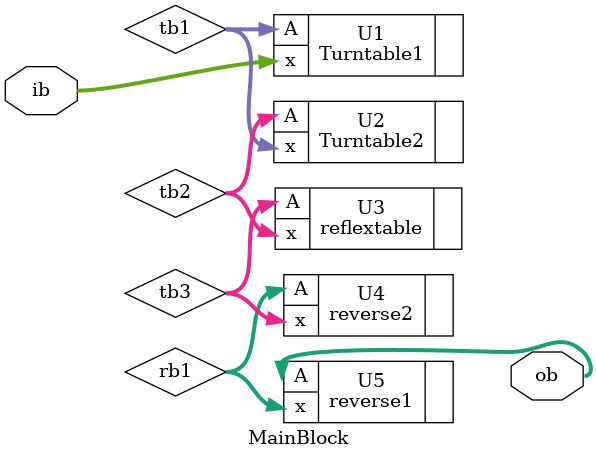
<source format=v>
`timescale 1ns / 1ps


module MainBlock(ib, ob);

input [4:0] ib;
output [4:0] ob;

wire [4:0] tb1, tb2, tb3, rb1;

Turntable1  U1(.x(ib), .A(tb1));
Turntable2  U2(.x(tb1), .A(tb2));
reflextable U3(.x(tb2), .A(tb3));
reverse2    U4(.x(tb3), .A(rb1));
reverse1    U5(.x(rb1), .A(ob));

endmodule

</source>
